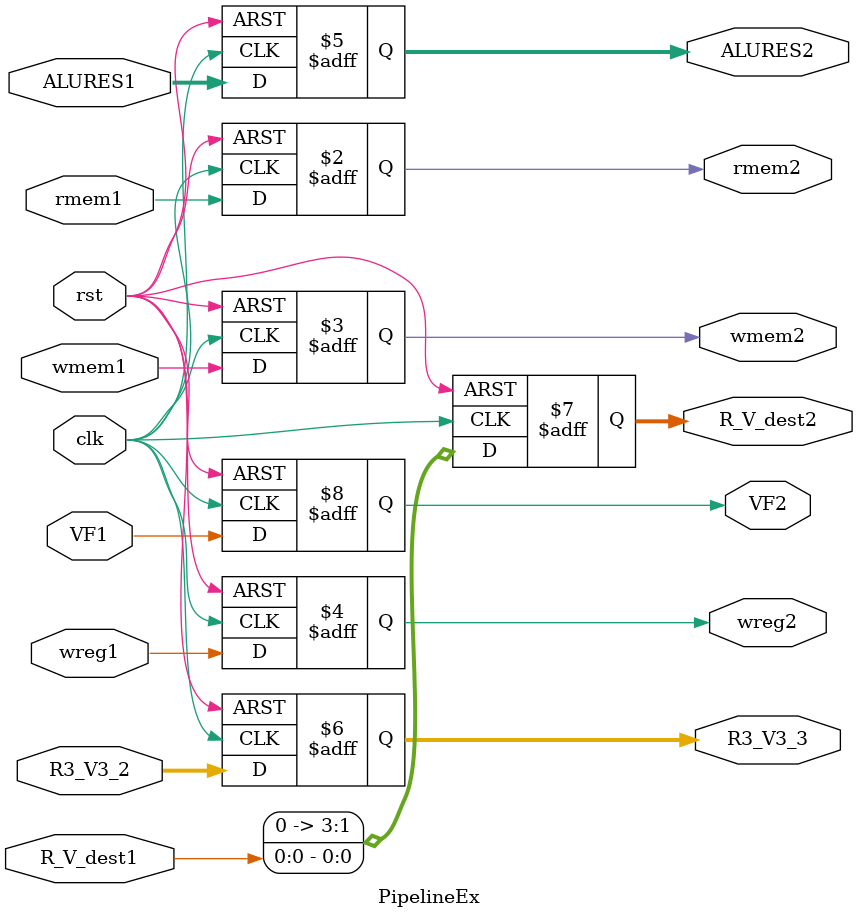
<source format=sv>
module PipelineEx( input clk, rst,
						input logic rmem1,wmem1,wreg1,
						input logic[127:0]ALURES1,
						input logic VF1,R_V_dest1,
						input logic[127:0]R3_V3_2,
						output logic rmem2,wmem2,wreg2,
						output logic[127:0]ALURES2,R3_V3_3,
						output logic[3:0]R_V_dest2,
						output logic VF2);
	always_ff@(posedge clk or posedge rst)
		if(rst) begin
		rmem2 = 1'h0;
		wmem2 = 1'h0;
		wreg2 = 1'h0;
		ALURES2 = 128'h0;
		R3_V3_3 = 128'h0;
		R_V_dest2 = 4'h0;
		VF2 = 1'h0;
		end
		else begin
		rmem2 = rmem1;
		wmem2 = wmem1;
		wreg2 = wreg1;
		ALURES2 = ALURES1;
		R3_V3_3 = R3_V3_2;
		R_V_dest2 = R_V_dest1;
		VF2 = VF1;
		end
endmodule 
</source>
